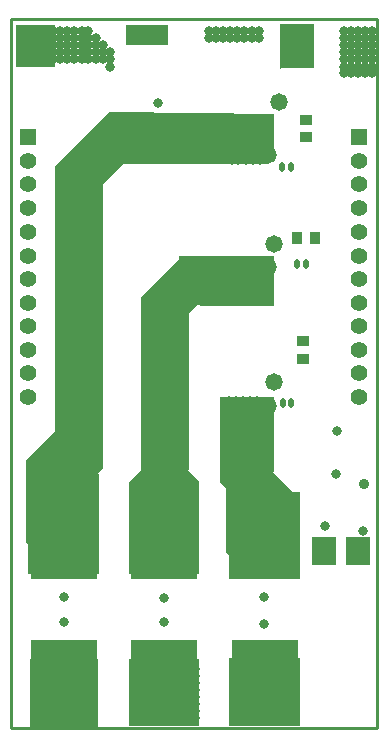
<source format=gbs>
%FSTAX23Y23*%
%MOIN*%
%SFA1B1*%

%IPPOS*%
%AMD37*
4,1,8,-0.001800,-0.015800,0.001800,-0.015800,0.009900,-0.007700,0.009900,0.007700,0.001800,0.015800,-0.001800,0.015800,-0.009900,0.007700,-0.009900,-0.007700,-0.001800,-0.015800,0.0*
1,1,0.016260,-0.001800,-0.007700*
1,1,0.016260,0.001800,-0.007700*
1,1,0.016260,0.001800,0.007700*
1,1,0.016260,-0.001800,0.007700*
%
%ADD13C,0.010000*%
%ADD34R,0.035560X0.043430*%
G04~CAMADD=37~8~0.0~0.0~198.1~316.2~81.3~0.0~15~0.0~0.0~0.0~0.0~0~0.0~0.0~0.0~0.0~0~0.0~0.0~0.0~180.0~198.0~316.0*
%ADD37D37*%
%ADD38O,0.019810X0.031620*%
%ADD47R,0.043430X0.035560*%
%ADD48C,0.055240*%
%ADD49R,0.055240X0.055240*%
%ADD50C,0.031620*%
%ADD51C,0.036000*%
%ADD52C,0.058000*%
%ADD67R,0.224530X0.120200*%
%ADD68R,0.078870X0.096580*%
%LNpcb1-1*%
%LPD*%
G36*
X00582Y02275D02*
X00444D01*
Y02342*
X00582*
Y02275*
G37*
G36*
X00208Y02204D02*
D01*
X00078*
Y02342*
X00208*
Y02204*
G37*
G36*
X0107Y02346D02*
Y022D01*
X0096*
X00956Y02196*
Y02346*
X0107*
G37*
G36*
X00935Y01407D02*
X0069D01*
X00685Y01413*
X00653Y01381*
Y00862*
X00649Y00858*
X00688Y00818*
Y00511*
X00452*
Y00818*
X00492Y00858*
Y01433*
X0062Y01561*
Y01574*
X00935*
Y01407*
G37*
G36*
Y02047D02*
Y01896D01*
X00918Y01879*
X00435*
X00366Y01811*
Y00866*
X0035Y0085*
X00354Y00846*
Y00511*
X00118*
Y0061*
X0011Y00618*
Y00889*
X00208Y00988*
Y01874*
X00385Y02051*
X00405*
X00935Y02047*
G37*
G36*
Y00856D02*
X00933Y00854D01*
X01Y00787*
X01023*
Y005*
X01019Y00496*
X00787*
Y00574*
X00775Y00586*
Y00799*
X00757Y00816*
Y01102*
X00935*
Y00856*
G37*
G36*
X01023Y00007D02*
X00787D01*
Y00232*
X01023*
Y00007*
G37*
G36*
X00688D02*
X00452D01*
Y00228*
X00688*
Y00007*
G37*
G36*
X0035Y00003D02*
X00122D01*
Y00228*
X0035*
Y00003*
G37*
G54D13*
X01279Y0D02*
Y02362D01*
X00059Y0D02*
X01279D01*
X00059D02*
Y02362D01*
X01279*
G54D34*
X01013Y01633D03*
X01072D03*
G54D37*
X00965Y01082D03*
X01014Y01545D03*
X00964Y0187D03*
G54D38*
X00994Y01082D03*
X01043Y01545D03*
X00993Y0187D03*
G54D47*
X01033Y0123D03*
Y01289D03*
X01043Y02027D03*
Y01968D03*
G54D48*
X0122Y01102D03*
Y01181D03*
Y01259D03*
Y01338D03*
Y01417D03*
Y01496D03*
Y01574D03*
Y01653D03*
Y01732D03*
Y01811D03*
Y01889D03*
X00118Y01102D03*
Y01181D03*
Y01259D03*
Y01338D03*
Y01417D03*
Y01496D03*
Y01574D03*
Y01653D03*
Y01732D03*
Y01811D03*
Y01889D03*
G54D49*
X0122Y01968D03*
X00118D03*
G54D50*
X00389Y02251D03*
Y02228D03*
Y02204D03*
X00366Y02275D03*
Y02251D03*
Y02228D03*
X00342Y02299D03*
Y02275D03*
Y02251D03*
Y02228D03*
X00318Y02322D03*
Y02299D03*
Y02275D03*
Y02251D03*
Y02228D03*
X00295Y02322D03*
Y02299D03*
Y02275D03*
Y02251D03*
Y02228D03*
X00271Y02322D03*
Y02299D03*
Y02275D03*
Y02251D03*
Y02228D03*
X00248Y02322D03*
Y02299D03*
Y02275D03*
Y02251D03*
Y02228D03*
X00224Y02322D03*
Y02299D03*
Y02275D03*
Y02251D03*
Y02228D03*
X002Y02322D03*
Y02299D03*
Y02275D03*
Y02251D03*
Y02228D03*
X00177Y02322D03*
Y02299D03*
Y02275D03*
Y02251D03*
Y02228D03*
X00153Y02322D03*
Y02299D03*
Y02275D03*
Y02251D03*
Y02228D03*
X00129Y02322D03*
Y02299D03*
Y02275D03*
Y02251D03*
Y02228D03*
X00106Y02322D03*
Y02299D03*
Y02275D03*
Y02251D03*
Y02228D03*
X01263Y02322D03*
Y02299D03*
Y02275D03*
Y02251D03*
Y02228D03*
Y02204D03*
Y02181D03*
X0124Y02322D03*
Y02299D03*
Y02275D03*
Y02251D03*
Y02228D03*
Y02204D03*
Y02181D03*
X01216Y02322D03*
Y02299D03*
Y02275D03*
Y02251D03*
Y02228D03*
Y02204D03*
Y02181D03*
X01192Y02322D03*
Y02299D03*
Y02275D03*
Y02251D03*
Y02228D03*
Y02204D03*
Y02181D03*
X01169Y02322D03*
Y02299D03*
Y02275D03*
Y02251D03*
Y02228D03*
Y02204D03*
Y02181D03*
X00885Y02322D03*
Y02299D03*
X00862Y02322D03*
Y02299D03*
X00838Y02322D03*
Y02299D03*
X00814Y02322D03*
Y02299D03*
X00791Y02322D03*
Y02299D03*
X00767Y02322D03*
Y02299D03*
X00744Y02322D03*
Y02299D03*
X0072Y02322D03*
Y02299D03*
X00551Y02082D03*
X00814Y00196D03*
X00838D03*
X00862D03*
X00885D03*
X00909D03*
X00933D03*
X00956D03*
X0098D03*
X01003D03*
X00814Y00173D03*
X00838D03*
X00862D03*
X00885D03*
X00909D03*
X00933D03*
X00956D03*
X0098D03*
X01003D03*
Y00149D03*
Y00125D03*
Y00102D03*
Y00078D03*
Y00055D03*
Y00031D03*
X0098Y00149D03*
Y00125D03*
Y00102D03*
Y00078D03*
Y00055D03*
Y00031D03*
X00956Y00149D03*
Y00125D03*
Y00102D03*
Y00078D03*
Y00055D03*
Y00031D03*
X00933Y00149D03*
Y00125D03*
Y00102D03*
Y00078D03*
Y00055D03*
Y00031D03*
X00909Y00149D03*
Y00125D03*
Y00102D03*
Y00078D03*
Y00055D03*
Y00031D03*
X00885Y00149D03*
Y00125D03*
Y00102D03*
Y00078D03*
Y00055D03*
Y00031D03*
X00862Y00149D03*
Y00125D03*
Y00102D03*
Y00078D03*
Y00055D03*
Y00031D03*
X00838Y00149D03*
Y00125D03*
Y00102D03*
Y00078D03*
Y00055D03*
Y00031D03*
X00814Y00149D03*
Y00125D03*
Y00102D03*
Y00078D03*
Y00055D03*
Y00031D03*
X00484Y00196D03*
X00507D03*
X00531D03*
X00555D03*
X00578D03*
X00602D03*
X00625D03*
X00649D03*
X00673D03*
X00484Y00173D03*
X00507D03*
X00531D03*
X00555D03*
X00578D03*
X00602D03*
X00625D03*
X00649D03*
X00673D03*
Y00149D03*
Y00125D03*
Y00102D03*
Y00078D03*
Y00055D03*
Y00031D03*
X00649Y00149D03*
Y00125D03*
Y00102D03*
Y00078D03*
Y00055D03*
Y00031D03*
X00625Y00149D03*
Y00125D03*
Y00102D03*
Y00078D03*
Y00055D03*
Y00031D03*
X00602Y00149D03*
Y00125D03*
Y00102D03*
Y00078D03*
Y00055D03*
Y00031D03*
X00578Y00149D03*
Y00125D03*
Y00102D03*
Y00078D03*
Y00055D03*
Y00031D03*
X00555Y00149D03*
Y00125D03*
Y00102D03*
Y00078D03*
Y00055D03*
Y00031D03*
X00531Y00149D03*
Y00125D03*
Y00102D03*
Y00078D03*
Y00055D03*
Y00031D03*
X00507Y00149D03*
Y00125D03*
Y00102D03*
Y00078D03*
Y00055D03*
Y00031D03*
X00484Y00149D03*
Y00125D03*
Y00102D03*
Y00078D03*
Y00055D03*
Y00031D03*
X00153Y00196D03*
X00177D03*
X002D03*
X00224D03*
X00248D03*
X00271D03*
X00295D03*
X00318D03*
X00153Y00173D03*
X00177D03*
X002D03*
X00224D03*
X00248D03*
X00271D03*
X00295D03*
X00318D03*
Y00149D03*
Y00125D03*
Y00102D03*
Y00078D03*
Y00055D03*
Y00031D03*
X00295Y00149D03*
Y00125D03*
Y00102D03*
Y00078D03*
Y00055D03*
Y00031D03*
X00271Y00149D03*
Y00125D03*
Y00102D03*
Y00078D03*
Y00055D03*
Y00031D03*
X00248Y00149D03*
Y00125D03*
Y00102D03*
Y00078D03*
Y00055D03*
Y00031D03*
X00224Y00149D03*
Y00125D03*
Y00102D03*
Y00078D03*
Y00055D03*
Y00031D03*
X002Y00149D03*
Y00125D03*
Y00102D03*
Y00078D03*
Y00055D03*
Y00031D03*
X00177Y00149D03*
Y00125D03*
Y00102D03*
Y00078D03*
Y00055D03*
Y00031D03*
X00153Y00149D03*
Y00125D03*
Y00102D03*
Y00078D03*
Y00055D03*
Y00031D03*
X00787Y0109D03*
X00811D03*
X00834D03*
X00858D03*
X00881D03*
X00787Y0107D03*
X00811D03*
X00834D03*
X00858D03*
X00881D03*
X00905Y01047D03*
X00881D03*
X00858D03*
X00834D03*
X00811D03*
X00787D03*
X00909Y00952D03*
X00885D03*
X00862D03*
X00838D03*
X00814D03*
X00791D03*
X00909Y00976D03*
X00885D03*
X00862D03*
X00838D03*
X00814D03*
X00791D03*
X00909Y00999D03*
X00885D03*
X00862D03*
X00838D03*
X00814D03*
X00791D03*
X00909Y01023D03*
X00885D03*
X00862D03*
X00838D03*
X00814D03*
X00791D03*
X00744Y01425D03*
X00767D03*
Y01448D03*
Y01472D03*
Y01519D03*
X00763Y01543D03*
X00787D03*
X00811D03*
X00834D03*
X00858D03*
X00881D03*
X00791Y01519D03*
X00814D03*
X00838D03*
X00862D03*
X00885D03*
X00791Y01425D03*
X00814D03*
X00838D03*
X00862D03*
X00885D03*
X00791Y01448D03*
X00814D03*
X00838D03*
X00862D03*
X00885D03*
X00791Y01472D03*
X00814D03*
X00838D03*
X00862D03*
X00885D03*
Y01496D03*
X00862D03*
X00838D03*
X00814D03*
X00791D03*
X00767D03*
X00744Y01543D03*
Y01519D03*
Y01496D03*
Y01472D03*
Y01448D03*
X0072Y01543D03*
Y01519D03*
Y01496D03*
Y01472D03*
Y01448D03*
Y01425D03*
X00696Y01543D03*
Y01519D03*
Y01496D03*
Y01472D03*
Y01448D03*
Y01425D03*
X01148Y00989D03*
X01234Y00655D03*
X01107Y00671D03*
X00903Y00347D03*
X00904Y00436D03*
X0057Y00351D03*
X00235Y00436D03*
Y00353D03*
X0057Y00431D03*
X01144Y00845D03*
X00905Y02014D03*
X00907Y01991D03*
X00883D03*
X00881Y02014D03*
X0086Y01991D03*
X00909Y01968D03*
X00885D03*
X00862D03*
X00858Y02014D03*
X00834D03*
X00811D03*
X00788Y02015D03*
X00838Y01968D03*
X00836Y01991D03*
X00814Y01968D03*
X00812Y01991D03*
X00791Y01992D03*
Y01968D03*
X00766Y02014D03*
X00744Y02015D03*
X00767Y01992D03*
X00744D03*
X0072D03*
Y02015D03*
X00744Y01968D03*
X00767D03*
X00766Y01944D03*
X00744D03*
X0072Y01921D03*
Y01944D03*
X00744Y01921D03*
X00696Y02015D03*
X0072Y01968D03*
X00696Y01992D03*
Y01921D03*
Y01968D03*
Y01944D03*
X0072Y01897D03*
X00744D03*
X00696D03*
X00769Y01896D03*
X00768Y01921D03*
X00795Y01894D03*
X00818D03*
X00842D03*
X00866D03*
X00889D03*
X00794Y0192D03*
X00817D03*
X00841D03*
X00865D03*
X00888D03*
X00816Y01944D03*
X0084D03*
X00864D03*
X00887D03*
X00911D03*
X00791D03*
G54D51*
X01236Y00812D03*
G54D52*
X00915Y01909D03*
X00954Y02086D03*
X00935Y01151D03*
X00915Y01072D03*
Y01535D03*
X00935Y01614D03*
G54D67*
X00236Y00232D03*
Y00555D03*
X0057D03*
Y00232D03*
X00905Y00555D03*
Y00232D03*
G54D68*
X01218Y0059D03*
X01104D03*
M02*
</source>
